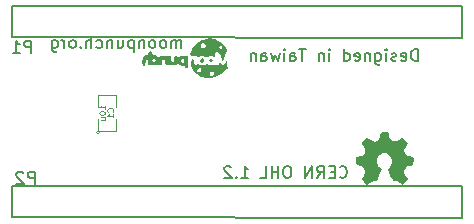
<source format=gbo>
G04 (created by PCBNEW (2013-may-18)-stable) date Mon 21 Sep 2015 01:58:13 PM CST*
%MOIN*%
G04 Gerber Fmt 3.4, Leading zero omitted, Abs format*
%FSLAX34Y34*%
G01*
G70*
G90*
G04 APERTURE LIST*
%ADD10C,0.00590551*%
%ADD11C,0.00606299*%
%ADD12C,0.0039*%
%ADD13C,0.0001*%
%ADD14C,0.008*%
%ADD15C,0.0043*%
G04 APERTURE END LIST*
G54D10*
G54D11*
X57195Y-40238D02*
X57195Y-39975D01*
X57195Y-40013D02*
X57176Y-39994D01*
X57139Y-39975D01*
X57082Y-39975D01*
X57045Y-39994D01*
X57026Y-40031D01*
X57026Y-40238D01*
X57026Y-40031D02*
X57007Y-39994D01*
X56970Y-39975D01*
X56914Y-39975D01*
X56876Y-39994D01*
X56857Y-40031D01*
X56857Y-40238D01*
X56614Y-40238D02*
X56651Y-40219D01*
X56670Y-40200D01*
X56689Y-40163D01*
X56689Y-40050D01*
X56670Y-40013D01*
X56651Y-39994D01*
X56614Y-39975D01*
X56557Y-39975D01*
X56520Y-39994D01*
X56501Y-40013D01*
X56482Y-40050D01*
X56482Y-40163D01*
X56501Y-40200D01*
X56520Y-40219D01*
X56557Y-40238D01*
X56614Y-40238D01*
X56257Y-40238D02*
X56295Y-40219D01*
X56314Y-40200D01*
X56332Y-40163D01*
X56332Y-40050D01*
X56314Y-40013D01*
X56295Y-39994D01*
X56257Y-39975D01*
X56201Y-39975D01*
X56164Y-39994D01*
X56145Y-40013D01*
X56126Y-40050D01*
X56126Y-40163D01*
X56145Y-40200D01*
X56164Y-40219D01*
X56201Y-40238D01*
X56257Y-40238D01*
X55958Y-39975D02*
X55958Y-40238D01*
X55958Y-40013D02*
X55939Y-39994D01*
X55901Y-39975D01*
X55845Y-39975D01*
X55808Y-39994D01*
X55789Y-40031D01*
X55789Y-40238D01*
X55601Y-39975D02*
X55601Y-40369D01*
X55601Y-39994D02*
X55564Y-39975D01*
X55489Y-39975D01*
X55451Y-39994D01*
X55433Y-40013D01*
X55414Y-40050D01*
X55414Y-40163D01*
X55433Y-40200D01*
X55451Y-40219D01*
X55489Y-40238D01*
X55564Y-40238D01*
X55601Y-40219D01*
X55076Y-39975D02*
X55076Y-40238D01*
X55245Y-39975D02*
X55245Y-40181D01*
X55226Y-40219D01*
X55189Y-40238D01*
X55133Y-40238D01*
X55095Y-40219D01*
X55076Y-40200D01*
X54889Y-39975D02*
X54889Y-40238D01*
X54889Y-40013D02*
X54870Y-39994D01*
X54833Y-39975D01*
X54776Y-39975D01*
X54739Y-39994D01*
X54720Y-40031D01*
X54720Y-40238D01*
X54364Y-40219D02*
X54401Y-40238D01*
X54476Y-40238D01*
X54514Y-40219D01*
X54533Y-40200D01*
X54551Y-40163D01*
X54551Y-40050D01*
X54533Y-40013D01*
X54514Y-39994D01*
X54476Y-39975D01*
X54401Y-39975D01*
X54364Y-39994D01*
X54195Y-40238D02*
X54195Y-39844D01*
X54026Y-40238D02*
X54026Y-40031D01*
X54045Y-39994D01*
X54083Y-39975D01*
X54139Y-39975D01*
X54176Y-39994D01*
X54195Y-40013D01*
X53839Y-40200D02*
X53820Y-40219D01*
X53839Y-40238D01*
X53858Y-40219D01*
X53839Y-40200D01*
X53839Y-40238D01*
X53595Y-40238D02*
X53633Y-40219D01*
X53652Y-40200D01*
X53670Y-40163D01*
X53670Y-40050D01*
X53652Y-40013D01*
X53633Y-39994D01*
X53595Y-39975D01*
X53539Y-39975D01*
X53502Y-39994D01*
X53483Y-40013D01*
X53464Y-40050D01*
X53464Y-40163D01*
X53483Y-40200D01*
X53502Y-40219D01*
X53539Y-40238D01*
X53595Y-40238D01*
X53295Y-40238D02*
X53295Y-39975D01*
X53295Y-40050D02*
X53277Y-40013D01*
X53258Y-39994D01*
X53220Y-39975D01*
X53183Y-39975D01*
X52883Y-39975D02*
X52883Y-40294D01*
X52902Y-40331D01*
X52920Y-40350D01*
X52958Y-40369D01*
X53014Y-40369D01*
X53052Y-40350D01*
X52883Y-40219D02*
X52920Y-40238D01*
X52995Y-40238D01*
X53033Y-40219D01*
X53052Y-40200D01*
X53070Y-40163D01*
X53070Y-40050D01*
X53052Y-40013D01*
X53033Y-39994D01*
X52995Y-39975D01*
X52920Y-39975D01*
X52883Y-39994D01*
X65067Y-40671D02*
X65067Y-40277D01*
X64973Y-40277D01*
X64917Y-40296D01*
X64880Y-40333D01*
X64861Y-40371D01*
X64842Y-40446D01*
X64842Y-40502D01*
X64861Y-40577D01*
X64880Y-40614D01*
X64917Y-40652D01*
X64973Y-40671D01*
X65067Y-40671D01*
X64523Y-40652D02*
X64561Y-40671D01*
X64636Y-40671D01*
X64673Y-40652D01*
X64692Y-40614D01*
X64692Y-40464D01*
X64673Y-40427D01*
X64636Y-40408D01*
X64561Y-40408D01*
X64523Y-40427D01*
X64505Y-40464D01*
X64505Y-40502D01*
X64692Y-40539D01*
X64355Y-40652D02*
X64317Y-40671D01*
X64242Y-40671D01*
X64205Y-40652D01*
X64186Y-40614D01*
X64186Y-40596D01*
X64205Y-40558D01*
X64242Y-40539D01*
X64298Y-40539D01*
X64336Y-40521D01*
X64355Y-40483D01*
X64355Y-40464D01*
X64336Y-40427D01*
X64298Y-40408D01*
X64242Y-40408D01*
X64205Y-40427D01*
X64017Y-40671D02*
X64017Y-40408D01*
X64017Y-40277D02*
X64036Y-40296D01*
X64017Y-40314D01*
X63998Y-40296D01*
X64017Y-40277D01*
X64017Y-40314D01*
X63661Y-40408D02*
X63661Y-40727D01*
X63680Y-40764D01*
X63698Y-40783D01*
X63736Y-40802D01*
X63792Y-40802D01*
X63830Y-40783D01*
X63661Y-40652D02*
X63698Y-40671D01*
X63773Y-40671D01*
X63811Y-40652D01*
X63830Y-40633D01*
X63848Y-40596D01*
X63848Y-40483D01*
X63830Y-40446D01*
X63811Y-40427D01*
X63773Y-40408D01*
X63698Y-40408D01*
X63661Y-40427D01*
X63473Y-40408D02*
X63473Y-40671D01*
X63473Y-40446D02*
X63455Y-40427D01*
X63417Y-40408D01*
X63361Y-40408D01*
X63323Y-40427D01*
X63305Y-40464D01*
X63305Y-40671D01*
X62967Y-40652D02*
X63005Y-40671D01*
X63080Y-40671D01*
X63117Y-40652D01*
X63136Y-40614D01*
X63136Y-40464D01*
X63117Y-40427D01*
X63080Y-40408D01*
X63005Y-40408D01*
X62967Y-40427D01*
X62949Y-40464D01*
X62949Y-40502D01*
X63136Y-40539D01*
X62611Y-40671D02*
X62611Y-40277D01*
X62611Y-40652D02*
X62649Y-40671D01*
X62724Y-40671D01*
X62761Y-40652D01*
X62780Y-40633D01*
X62799Y-40596D01*
X62799Y-40483D01*
X62780Y-40446D01*
X62761Y-40427D01*
X62724Y-40408D01*
X62649Y-40408D01*
X62611Y-40427D01*
X62124Y-40671D02*
X62124Y-40408D01*
X62124Y-40277D02*
X62142Y-40296D01*
X62124Y-40314D01*
X62105Y-40296D01*
X62124Y-40277D01*
X62124Y-40314D01*
X61936Y-40408D02*
X61936Y-40671D01*
X61936Y-40446D02*
X61917Y-40427D01*
X61880Y-40408D01*
X61824Y-40408D01*
X61786Y-40427D01*
X61767Y-40464D01*
X61767Y-40671D01*
X61336Y-40277D02*
X61111Y-40277D01*
X61224Y-40671D02*
X61224Y-40277D01*
X60811Y-40671D02*
X60811Y-40464D01*
X60830Y-40427D01*
X60868Y-40408D01*
X60943Y-40408D01*
X60980Y-40427D01*
X60811Y-40652D02*
X60849Y-40671D01*
X60943Y-40671D01*
X60980Y-40652D01*
X60999Y-40614D01*
X60999Y-40577D01*
X60980Y-40539D01*
X60943Y-40521D01*
X60849Y-40521D01*
X60811Y-40502D01*
X60624Y-40671D02*
X60624Y-40408D01*
X60624Y-40277D02*
X60643Y-40296D01*
X60624Y-40314D01*
X60605Y-40296D01*
X60624Y-40277D01*
X60624Y-40314D01*
X60474Y-40408D02*
X60399Y-40671D01*
X60324Y-40483D01*
X60249Y-40671D01*
X60174Y-40408D01*
X59855Y-40671D02*
X59855Y-40464D01*
X59874Y-40427D01*
X59911Y-40408D01*
X59986Y-40408D01*
X60024Y-40427D01*
X59855Y-40652D02*
X59893Y-40671D01*
X59986Y-40671D01*
X60024Y-40652D01*
X60043Y-40614D01*
X60043Y-40577D01*
X60024Y-40539D01*
X59986Y-40521D01*
X59893Y-40521D01*
X59855Y-40502D01*
X59668Y-40408D02*
X59668Y-40671D01*
X59668Y-40446D02*
X59649Y-40427D01*
X59611Y-40408D01*
X59555Y-40408D01*
X59518Y-40427D01*
X59499Y-40464D01*
X59499Y-40671D01*
X62469Y-44531D02*
X62487Y-44550D01*
X62544Y-44568D01*
X62581Y-44568D01*
X62637Y-44550D01*
X62675Y-44512D01*
X62694Y-44475D01*
X62712Y-44400D01*
X62712Y-44343D01*
X62694Y-44268D01*
X62675Y-44231D01*
X62637Y-44193D01*
X62581Y-44175D01*
X62544Y-44175D01*
X62487Y-44193D01*
X62469Y-44212D01*
X62300Y-44362D02*
X62169Y-44362D01*
X62112Y-44568D02*
X62300Y-44568D01*
X62300Y-44175D01*
X62112Y-44175D01*
X61719Y-44568D02*
X61850Y-44381D01*
X61944Y-44568D02*
X61944Y-44175D01*
X61794Y-44175D01*
X61756Y-44193D01*
X61737Y-44212D01*
X61719Y-44250D01*
X61719Y-44306D01*
X61737Y-44343D01*
X61756Y-44362D01*
X61794Y-44381D01*
X61944Y-44381D01*
X61550Y-44568D02*
X61550Y-44175D01*
X61325Y-44568D01*
X61325Y-44175D01*
X60763Y-44175D02*
X60688Y-44175D01*
X60650Y-44193D01*
X60613Y-44231D01*
X60594Y-44306D01*
X60594Y-44437D01*
X60613Y-44512D01*
X60650Y-44550D01*
X60688Y-44568D01*
X60763Y-44568D01*
X60800Y-44550D01*
X60838Y-44512D01*
X60856Y-44437D01*
X60856Y-44306D01*
X60838Y-44231D01*
X60800Y-44193D01*
X60763Y-44175D01*
X60425Y-44568D02*
X60425Y-44175D01*
X60425Y-44362D02*
X60200Y-44362D01*
X60200Y-44568D02*
X60200Y-44175D01*
X59825Y-44568D02*
X60013Y-44568D01*
X60013Y-44175D01*
X59188Y-44568D02*
X59413Y-44568D01*
X59300Y-44568D02*
X59300Y-44175D01*
X59338Y-44231D01*
X59375Y-44268D01*
X59413Y-44287D01*
X59019Y-44531D02*
X59000Y-44550D01*
X59019Y-44568D01*
X59038Y-44550D01*
X59019Y-44531D01*
X59019Y-44568D01*
X58850Y-44212D02*
X58832Y-44193D01*
X58794Y-44175D01*
X58700Y-44175D01*
X58663Y-44193D01*
X58644Y-44212D01*
X58625Y-44250D01*
X58625Y-44287D01*
X58644Y-44343D01*
X58869Y-44568D01*
X58625Y-44568D01*
G54D10*
X51555Y-39881D02*
X66555Y-39901D01*
X66555Y-39901D02*
X66555Y-38858D01*
X66555Y-38858D02*
X51555Y-38858D01*
X51555Y-38858D02*
X51555Y-39881D01*
X51555Y-45881D02*
X66555Y-45901D01*
X66555Y-45901D02*
X66555Y-44858D01*
X66555Y-44858D02*
X51555Y-44858D01*
X51555Y-44858D02*
X51555Y-45881D01*
G54D12*
X54474Y-43051D02*
G75*
G03X54474Y-43051I-50J0D01*
G74*
G01*
X54424Y-42601D02*
X54424Y-43001D01*
X54424Y-43001D02*
X55024Y-43001D01*
X55024Y-43001D02*
X55024Y-42601D01*
X55024Y-42201D02*
X55024Y-41801D01*
X55024Y-41801D02*
X54424Y-41801D01*
X54424Y-41801D02*
X54424Y-42201D01*
G54D13*
G36*
X64939Y-43963D02*
X64936Y-44015D01*
X64925Y-44103D01*
X64899Y-44145D01*
X64841Y-44161D01*
X64816Y-44164D01*
X64729Y-44187D01*
X64672Y-44248D01*
X64653Y-44285D01*
X64621Y-44362D01*
X64623Y-44417D01*
X64661Y-44483D01*
X64675Y-44502D01*
X64750Y-44608D01*
X64658Y-44704D01*
X64566Y-44801D01*
X64469Y-44732D01*
X64387Y-44690D01*
X64315Y-44678D01*
X64309Y-44679D01*
X64270Y-44677D01*
X64233Y-44640D01*
X64191Y-44556D01*
X64165Y-44492D01*
X64083Y-44287D01*
X64163Y-44193D01*
X64230Y-44077D01*
X64231Y-43966D01*
X64165Y-43856D01*
X64145Y-43834D01*
X64033Y-43755D01*
X63922Y-43743D01*
X63815Y-43796D01*
X63791Y-43818D01*
X63722Y-43927D01*
X63710Y-44048D01*
X63754Y-44160D01*
X63788Y-44200D01*
X63868Y-44274D01*
X63783Y-44488D01*
X63735Y-44601D01*
X63699Y-44664D01*
X63664Y-44687D01*
X63627Y-44684D01*
X63542Y-44693D01*
X63471Y-44733D01*
X63385Y-44800D01*
X63293Y-44704D01*
X63201Y-44608D01*
X63269Y-44497D01*
X63311Y-44417D01*
X63317Y-44354D01*
X63292Y-44280D01*
X63244Y-44202D01*
X63172Y-44169D01*
X63136Y-44164D01*
X63066Y-44152D01*
X63032Y-44120D01*
X63018Y-44049D01*
X63015Y-44012D01*
X63012Y-43923D01*
X63029Y-43879D01*
X63085Y-43859D01*
X63138Y-43850D01*
X63232Y-43826D01*
X63283Y-43780D01*
X63307Y-43729D01*
X63324Y-43646D01*
X63300Y-43574D01*
X63275Y-43536D01*
X63223Y-43453D01*
X63217Y-43395D01*
X63257Y-43338D01*
X63289Y-43306D01*
X63369Y-43231D01*
X63501Y-43307D01*
X63585Y-43352D01*
X63638Y-43365D01*
X63687Y-43347D01*
X63721Y-43326D01*
X63783Y-43266D01*
X63809Y-43205D01*
X63823Y-43103D01*
X63875Y-43051D01*
X63975Y-43037D01*
X63976Y-43037D01*
X64059Y-43041D01*
X64099Y-43068D01*
X64120Y-43137D01*
X64125Y-43167D01*
X64153Y-43264D01*
X64207Y-43319D01*
X64243Y-43337D01*
X64316Y-43358D01*
X64378Y-43344D01*
X64443Y-43303D01*
X64547Y-43229D01*
X64644Y-43321D01*
X64741Y-43414D01*
X64671Y-43527D01*
X64628Y-43610D01*
X64622Y-43675D01*
X64642Y-43735D01*
X64686Y-43805D01*
X64761Y-43843D01*
X64814Y-43854D01*
X64897Y-43871D01*
X64933Y-43900D01*
X64939Y-43963D01*
X64939Y-43963D01*
X64939Y-43963D01*
G37*
G36*
X58748Y-40905D02*
X58738Y-40912D01*
X58702Y-40925D01*
X58656Y-40980D01*
X58651Y-40989D01*
X58574Y-41071D01*
X58455Y-41150D01*
X58318Y-41214D01*
X58289Y-41221D01*
X58289Y-41114D01*
X58273Y-41058D01*
X58222Y-41030D01*
X58163Y-41042D01*
X58155Y-41050D01*
X58133Y-41107D01*
X58156Y-41161D01*
X58208Y-41185D01*
X58219Y-41184D01*
X58275Y-41145D01*
X58289Y-41114D01*
X58289Y-41221D01*
X58186Y-41249D01*
X58130Y-41253D01*
X58011Y-41240D01*
X57896Y-41213D01*
X57862Y-41196D01*
X57862Y-40992D01*
X57841Y-40921D01*
X57791Y-40902D01*
X57738Y-40933D01*
X57706Y-40994D01*
X57733Y-41041D01*
X57797Y-41057D01*
X57851Y-41032D01*
X57862Y-40992D01*
X57862Y-41196D01*
X57804Y-41167D01*
X57701Y-41092D01*
X57655Y-41050D01*
X57579Y-40966D01*
X57541Y-40895D01*
X57529Y-40804D01*
X57528Y-40754D01*
X57538Y-40650D01*
X57562Y-40599D01*
X57590Y-40603D01*
X57615Y-40667D01*
X57622Y-40717D01*
X57644Y-40797D01*
X57680Y-40823D01*
X57723Y-40801D01*
X57728Y-40783D01*
X57738Y-40760D01*
X57768Y-40783D01*
X57830Y-40813D01*
X57914Y-40822D01*
X57987Y-40808D01*
X58013Y-40788D01*
X58051Y-40772D01*
X58074Y-40786D01*
X58128Y-40805D01*
X58223Y-40816D01*
X58288Y-40818D01*
X58390Y-40814D01*
X58442Y-40800D01*
X58462Y-40769D01*
X58464Y-40745D01*
X58467Y-40695D01*
X58480Y-40704D01*
X58502Y-40748D01*
X58550Y-40812D01*
X58601Y-40810D01*
X58657Y-40741D01*
X58671Y-40715D01*
X58706Y-40650D01*
X58717Y-40642D01*
X58709Y-40689D01*
X58708Y-40695D01*
X58708Y-40791D01*
X58729Y-40857D01*
X58748Y-40905D01*
X58748Y-40905D01*
X58748Y-40905D01*
G37*
G36*
X57428Y-40710D02*
X57425Y-40831D01*
X57412Y-40897D01*
X57388Y-40922D01*
X57378Y-40923D01*
X57335Y-40896D01*
X57328Y-40870D01*
X57307Y-40832D01*
X57295Y-40832D01*
X57295Y-40655D01*
X57273Y-40602D01*
X57245Y-40590D01*
X57207Y-40616D01*
X57194Y-40674D01*
X57213Y-40729D01*
X57216Y-40733D01*
X57256Y-40742D01*
X57287Y-40701D01*
X57295Y-40655D01*
X57295Y-40832D01*
X57282Y-40834D01*
X57221Y-40832D01*
X57149Y-40806D01*
X57088Y-40783D01*
X57062Y-40791D01*
X57062Y-40792D01*
X57031Y-40808D01*
X56953Y-40820D01*
X56864Y-40823D01*
X56754Y-40822D01*
X56693Y-40812D01*
X56667Y-40785D01*
X56657Y-40733D01*
X56655Y-40717D01*
X56635Y-40631D01*
X56603Y-40597D01*
X56575Y-40618D01*
X56562Y-40697D01*
X56562Y-40700D01*
X56561Y-40816D01*
X56345Y-40818D01*
X56345Y-40657D01*
X56317Y-40609D01*
X56287Y-40596D01*
X56239Y-40608D01*
X56228Y-40657D01*
X56245Y-40711D01*
X56287Y-40717D01*
X56336Y-40684D01*
X56345Y-40657D01*
X56345Y-40818D01*
X56328Y-40819D01*
X56095Y-40823D01*
X56095Y-40704D01*
X56082Y-40621D01*
X56054Y-40597D01*
X56023Y-40628D01*
X56001Y-40714D01*
X56001Y-40717D01*
X55978Y-40801D01*
X55942Y-40826D01*
X55909Y-40793D01*
X55895Y-40709D01*
X55905Y-40585D01*
X55937Y-40516D01*
X55999Y-40491D01*
X56015Y-40490D01*
X56079Y-40473D01*
X56095Y-40423D01*
X56118Y-40367D01*
X56162Y-40357D01*
X56217Y-40380D01*
X56228Y-40423D01*
X56249Y-40477D01*
X56305Y-40490D01*
X56383Y-40506D01*
X56421Y-40530D01*
X56455Y-40551D01*
X56462Y-40533D01*
X56493Y-40510D01*
X56582Y-40497D01*
X56662Y-40494D01*
X56862Y-40493D01*
X56862Y-40608D01*
X56873Y-40694D01*
X56908Y-40723D01*
X56912Y-40723D01*
X56948Y-40698D01*
X56961Y-40617D01*
X56962Y-40607D01*
X56972Y-40520D01*
X57007Y-40490D01*
X57012Y-40490D01*
X57056Y-40510D01*
X57062Y-40527D01*
X57076Y-40547D01*
X57104Y-40529D01*
X57163Y-40507D01*
X57256Y-40496D01*
X57288Y-40496D01*
X57428Y-40498D01*
X57428Y-40710D01*
X57428Y-40710D01*
X57428Y-40710D01*
G37*
G36*
X57948Y-40666D02*
X57921Y-40711D01*
X57877Y-40743D01*
X57839Y-40720D01*
X57831Y-40710D01*
X57807Y-40646D01*
X57836Y-40600D01*
X57878Y-40590D01*
X57936Y-40613D01*
X57948Y-40666D01*
X57948Y-40666D01*
X57948Y-40666D01*
G37*
G36*
X58245Y-40657D02*
X58217Y-40704D01*
X58187Y-40717D01*
X58139Y-40705D01*
X58128Y-40657D01*
X58145Y-40602D01*
X58187Y-40596D01*
X58236Y-40629D01*
X58245Y-40657D01*
X58245Y-40657D01*
X58245Y-40657D01*
G37*
G36*
X58714Y-40334D02*
X58697Y-40397D01*
X58653Y-40498D01*
X58574Y-40673D01*
X58562Y-40641D01*
X58562Y-40223D01*
X58541Y-40169D01*
X58512Y-40157D01*
X58471Y-40184D01*
X58462Y-40223D01*
X58482Y-40277D01*
X58512Y-40290D01*
X58552Y-40262D01*
X58562Y-40223D01*
X58562Y-40641D01*
X58513Y-40515D01*
X58462Y-40408D01*
X58411Y-40360D01*
X58390Y-40357D01*
X58345Y-40373D01*
X58329Y-40434D01*
X58328Y-40463D01*
X58323Y-40532D01*
X58304Y-40543D01*
X58288Y-40530D01*
X58212Y-40494D01*
X58122Y-40499D01*
X58068Y-40530D01*
X58023Y-40553D01*
X58012Y-40545D01*
X58012Y-40174D01*
X57985Y-40117D01*
X57925Y-40091D01*
X57863Y-40109D01*
X57857Y-40114D01*
X57841Y-40168D01*
X57848Y-40203D01*
X57892Y-40246D01*
X57952Y-40248D01*
X58001Y-40213D01*
X58012Y-40174D01*
X58012Y-40545D01*
X57988Y-40530D01*
X57912Y-40494D01*
X57822Y-40499D01*
X57768Y-40530D01*
X57735Y-40553D01*
X57728Y-40528D01*
X57701Y-40495D01*
X57670Y-40492D01*
X57587Y-40495D01*
X57540Y-40494D01*
X57495Y-40486D01*
X57483Y-40457D01*
X57499Y-40388D01*
X57506Y-40365D01*
X57587Y-40207D01*
X57718Y-40074D01*
X57882Y-39977D01*
X58064Y-39928D01*
X58132Y-39923D01*
X58305Y-39952D01*
X58473Y-40029D01*
X58613Y-40143D01*
X58674Y-40225D01*
X58705Y-40284D01*
X58714Y-40334D01*
X58714Y-40334D01*
X58714Y-40334D01*
G37*
G54D14*
X52185Y-40398D02*
X52185Y-39998D01*
X52032Y-39998D01*
X51994Y-40017D01*
X51975Y-40036D01*
X51956Y-40074D01*
X51956Y-40131D01*
X51975Y-40169D01*
X51994Y-40188D01*
X52032Y-40207D01*
X52185Y-40207D01*
X51575Y-40398D02*
X51804Y-40398D01*
X51689Y-40398D02*
X51689Y-39998D01*
X51727Y-40055D01*
X51765Y-40093D01*
X51804Y-40112D01*
X52303Y-44768D02*
X52303Y-44368D01*
X52150Y-44368D01*
X52112Y-44387D01*
X52093Y-44406D01*
X52074Y-44444D01*
X52074Y-44501D01*
X52093Y-44539D01*
X52112Y-44558D01*
X52150Y-44577D01*
X52303Y-44577D01*
X51922Y-44406D02*
X51903Y-44387D01*
X51865Y-44368D01*
X51769Y-44368D01*
X51731Y-44387D01*
X51712Y-44406D01*
X51693Y-44444D01*
X51693Y-44482D01*
X51712Y-44539D01*
X51941Y-44768D01*
X51693Y-44768D01*
G54D15*
X54910Y-42368D02*
X54919Y-42359D01*
X54929Y-42331D01*
X54929Y-42312D01*
X54919Y-42284D01*
X54901Y-42265D01*
X54882Y-42256D01*
X54844Y-42246D01*
X54816Y-42246D01*
X54779Y-42256D01*
X54760Y-42265D01*
X54741Y-42284D01*
X54732Y-42312D01*
X54732Y-42331D01*
X54741Y-42359D01*
X54750Y-42368D01*
X54929Y-42556D02*
X54929Y-42443D01*
X54929Y-42500D02*
X54732Y-42500D01*
X54760Y-42481D01*
X54779Y-42462D01*
X54788Y-42443D01*
X54654Y-42274D02*
X54654Y-42162D01*
X54654Y-42218D02*
X54457Y-42218D01*
X54485Y-42199D01*
X54504Y-42181D01*
X54513Y-42162D01*
X54457Y-42396D02*
X54457Y-42415D01*
X54466Y-42434D01*
X54475Y-42443D01*
X54494Y-42453D01*
X54532Y-42462D01*
X54579Y-42462D01*
X54616Y-42453D01*
X54635Y-42443D01*
X54644Y-42434D01*
X54654Y-42415D01*
X54654Y-42396D01*
X54644Y-42378D01*
X54635Y-42368D01*
X54616Y-42359D01*
X54579Y-42349D01*
X54532Y-42349D01*
X54494Y-42359D01*
X54475Y-42368D01*
X54466Y-42378D01*
X54457Y-42396D01*
X54522Y-42631D02*
X54654Y-42631D01*
X54522Y-42546D02*
X54626Y-42546D01*
X54644Y-42556D01*
X54654Y-42575D01*
X54654Y-42603D01*
X54644Y-42622D01*
X54635Y-42631D01*
M02*

</source>
